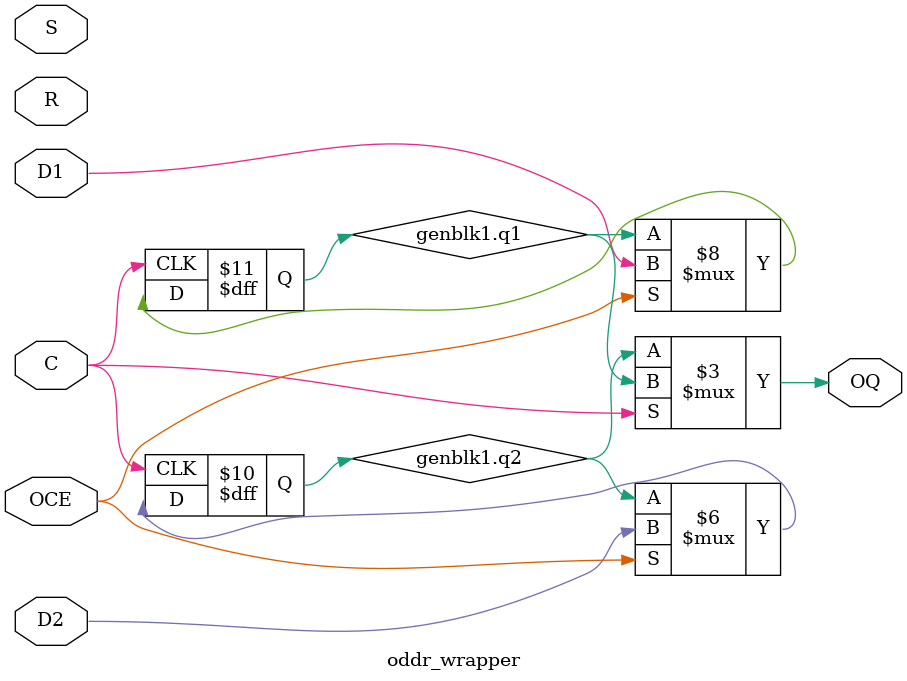
<source format=v>
module oddr_wrapper (
    input  wire C,
    input  wire OCE,
    input  wire S,
    input  wire R,
    input  wire D1,
    input  wire D2,
    output wire OQ
);
    parameter USE_PHY_ODDR  = 0;
    parameter SRTYPE        = "SYNC";
    parameter INIT          = 0;
    parameter DDR_CLK_EDGE  = "OPPOSITE_EDGE";
    generate if (USE_PHY_ODDR != 0) begin
        ODDR # (
            .SRTYPE         (SRTYPE),
            .INIT           (INIT),
            .DDR_CLK_EDGE   (DDR_CLK_EDGE)
        ) the_oddr (
            .C              (C),
            .CE             (OCE),
            .S              (S),
            .R              (R),
            .D1             (D1),
            .D2             (D2),
            .Q              (OQ)
        );
    end else begin
        reg q1;
        reg q2;
        initial q1 <= INIT;
        initial q2 <= INIT;
        if(DDR_CLK_EDGE == "OPPOSITE_EDGE") begin
            always @(posedge C)
                if (OCE)
                    q1 <= D1;
            always @(negedge C)
                if (OCE)
                    q2 <= D2;
        end else if (DDR_CLK_EDGE == "SAME_EDGE" || DDR_CLK_EDGE == "SAME_EDGE_PIPELINED") begin
            always @(posedge C)
                if (OCE)
                    q1 <= D1;
            always @(posedge C)
                if (OCE)
                    q2 <= D2;
        end
        assign OQ = (C) ? q1 : q2;
    end endgenerate
endmodule
</source>
